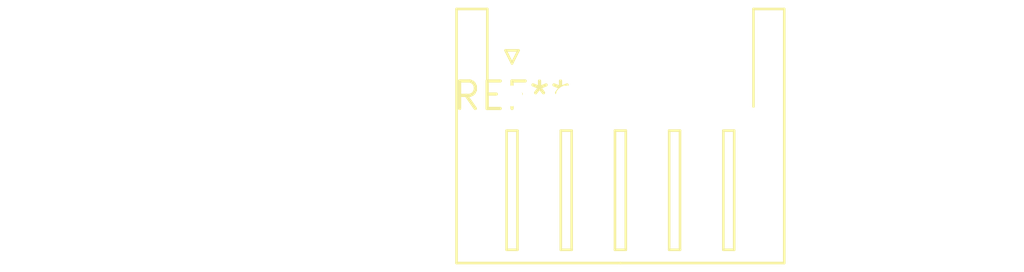
<source format=kicad_pcb>
(kicad_pcb (version 20240108) (generator pcbnew)
  (layers (0 "F.Cu" signal) (31 "B.Cu" signal) (34 "B.Paste" user) (35 "F.Paste" user) (36 "B.SilkS" user "B.Silkscreen") (37 "F.SilkS" user "F.Silkscreen") (38 "B.Mask" user) (39 "F.Mask" user) (44 "Edge.Cuts" user))
  (net 0 "")
  (footprint "JST_XH_S5B-XH-A-1_1x05_P2.50mm_Horizontal" (layer "F.Cu") (at 0 0)
    (property "Reference" "REF**")
    (property "Value" "JST_XH_S5B-XH-A-1_1x05_P2.50mm_Horizontal")
    (fp_line (start -2.56 -4.01) (end -1.14 -4.01) (layer "F.SilkS") (stroke (width 0.12)))
    (fp_line (start -2.56 7.71) (end -2.56 -4.01) (layer "F.SilkS") (stroke (width 0.12)))
    (fp_line (start -1.14 -4.01) (end -1.14 0.49) (layer "F.SilkS") (stroke (width 0.12)))
    (fp_line (start -0.3 -2.1) (end 0.3 -2.1) (layer "F.SilkS") (stroke (width 0.12)))
    (fp_line (start -0.25 1.6) (end -0.25 7.1) (layer "F.SilkS") (stroke (width 0.12)))
    (fp_line (start -0.25 7.1) (end 0.25 7.1) (layer "F.SilkS") (stroke (width 0.12)))
    (fp_line (start 0 -1.5) (end -0.3 -2.1) (layer "F.SilkS") (stroke (width 0.12)))
    (fp_line (start 0.25 1.6) (end -0.25 1.6) (layer "F.SilkS") (stroke (width 0.12)))
    (fp_line (start 0.25 7.1) (end 0.25 1.6) (layer "F.SilkS") (stroke (width 0.12)))
    (fp_line (start 0.3 -2.1) (end 0 -1.5) (layer "F.SilkS") (stroke (width 0.12)))
    (fp_line (start 2.25 1.6) (end 2.25 7.1) (layer "F.SilkS") (stroke (width 0.12)))
    (fp_line (start 2.25 7.1) (end 2.75 7.1) (layer "F.SilkS") (stroke (width 0.12)))
    (fp_line (start 2.75 1.6) (end 2.25 1.6) (layer "F.SilkS") (stroke (width 0.12)))
    (fp_line (start 2.75 7.1) (end 2.75 1.6) (layer "F.SilkS") (stroke (width 0.12)))
    (fp_line (start 4.75 1.6) (end 4.75 7.1) (layer "F.SilkS") (stroke (width 0.12)))
    (fp_line (start 4.75 7.1) (end 5.25 7.1) (layer "F.SilkS") (stroke (width 0.12)))
    (fp_line (start 5 7.71) (end -2.56 7.71) (layer "F.SilkS") (stroke (width 0.12)))
    (fp_line (start 5 7.71) (end 12.56 7.71) (layer "F.SilkS") (stroke (width 0.12)))
    (fp_line (start 5.25 1.6) (end 4.75 1.6) (layer "F.SilkS") (stroke (width 0.12)))
    (fp_line (start 5.25 7.1) (end 5.25 1.6) (layer "F.SilkS") (stroke (width 0.12)))
    (fp_line (start 7.25 1.6) (end 7.25 7.1) (layer "F.SilkS") (stroke (width 0.12)))
    (fp_line (start 7.25 7.1) (end 7.75 7.1) (layer "F.SilkS") (stroke (width 0.12)))
    (fp_line (start 7.75 1.6) (end 7.25 1.6) (layer "F.SilkS") (stroke (width 0.12)))
    (fp_line (start 7.75 7.1) (end 7.75 1.6) (layer "F.SilkS") (stroke (width 0.12)))
    (fp_line (start 9.75 1.6) (end 9.75 7.1) (layer "F.SilkS") (stroke (width 0.12)))
    (fp_line (start 9.75 7.1) (end 10.25 7.1) (layer "F.SilkS") (stroke (width 0.12)))
    (fp_line (start 10.25 1.6) (end 9.75 1.6) (layer "F.SilkS") (stroke (width 0.12)))
    (fp_line (start 10.25 7.1) (end 10.25 1.6) (layer "F.SilkS") (stroke (width 0.12)))
    (fp_line (start 11.14 -4.01) (end 11.14 0.49) (layer "F.SilkS") (stroke (width 0.12)))
    (fp_line (start 12.56 -4.01) (end 11.14 -4.01) (layer "F.SilkS") (stroke (width 0.12)))
    (fp_line (start 12.56 7.71) (end 12.56 -4.01) (layer "F.SilkS") (stroke (width 0.12)))
    (pad "1" thru_hole roundrect (at 0 0) (size 1.7 1.95) (drill 0.95) (layers *.Cu *.Mask) (remove_unused_layers) (roundrect_rratio 0.147059))
    (pad "2" thru_hole oval (at 2.5 0) (size 1.7 1.95) (drill 0.95) (layers *.Cu *.Mask) (remove_unused_layers))
    (pad "3" thru_hole oval (at 5 0) (size 1.7 1.95) (drill 0.95) (layers *.Cu *.Mask) (remove_unused_layers))
    (pad "4" thru_hole oval (at 7.5 0) (size 1.7 1.95) (drill 0.95) (layers *.Cu *.Mask) (remove_unused_layers))
    (pad "5" thru_hole oval (at 10 0) (size 1.7 1.95) (drill 0.95) (layers *.Cu *.Mask) (remove_unused_layers))
  )
)
</source>
